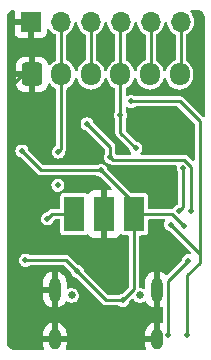
<source format=gbr>
%TF.GenerationSoftware,KiCad,Pcbnew,(6.0.0)*%
%TF.CreationDate,2022-08-06T00:01:37+02:00*%
%TF.ProjectId,bobby-flasher,626f6262-792d-4666-9c61-736865722e6b,rev?*%
%TF.SameCoordinates,Original*%
%TF.FileFunction,Copper,L2,Bot*%
%TF.FilePolarity,Positive*%
%FSLAX46Y46*%
G04 Gerber Fmt 4.6, Leading zero omitted, Abs format (unit mm)*
G04 Created by KiCad (PCBNEW (6.0.0)) date 2022-08-06 00:01:37*
%MOMM*%
%LPD*%
G01*
G04 APERTURE LIST*
G04 Aperture macros list*
%AMRoundRect*
0 Rectangle with rounded corners*
0 $1 Rounding radius*
0 $2 $3 $4 $5 $6 $7 $8 $9 X,Y pos of 4 corners*
0 Add a 4 corners polygon primitive as box body*
4,1,4,$2,$3,$4,$5,$6,$7,$8,$9,$2,$3,0*
0 Add four circle primitives for the rounded corners*
1,1,$1+$1,$2,$3*
1,1,$1+$1,$4,$5*
1,1,$1+$1,$6,$7*
1,1,$1+$1,$8,$9*
0 Add four rect primitives between the rounded corners*
20,1,$1+$1,$2,$3,$4,$5,0*
20,1,$1+$1,$4,$5,$6,$7,0*
20,1,$1+$1,$6,$7,$8,$9,0*
20,1,$1+$1,$8,$9,$2,$3,0*%
G04 Aperture macros list end*
%TA.AperFunction,ComponentPad*%
%ADD10R,1.700000X1.700000*%
%TD*%
%TA.AperFunction,ComponentPad*%
%ADD11O,1.700000X1.700000*%
%TD*%
%TA.AperFunction,ComponentPad*%
%ADD12C,0.650000*%
%TD*%
%TA.AperFunction,ComponentPad*%
%ADD13O,1.000000X2.100000*%
%TD*%
%TA.AperFunction,ComponentPad*%
%ADD14O,1.000000X1.800000*%
%TD*%
%TA.AperFunction,ComponentPad*%
%ADD15RoundRect,0.250000X-0.600000X-0.725000X0.600000X-0.725000X0.600000X0.725000X-0.600000X0.725000X0*%
%TD*%
%TA.AperFunction,ComponentPad*%
%ADD16O,1.700000X1.950000*%
%TD*%
%TA.AperFunction,SMDPad,CuDef*%
%ADD17R,1.700000X3.000000*%
%TD*%
%TA.AperFunction,ViaPad*%
%ADD18C,0.500000*%
%TD*%
%TA.AperFunction,Conductor*%
%ADD19C,0.250000*%
%TD*%
G04 APERTURE END LIST*
D10*
%TO.P,J2,1,Pin_1*%
%TO.N,GND*%
X-6350000Y-52900000D03*
D11*
%TO.P,J2,2,Pin_2*%
%TO.N,ESP_RX*%
X-3810000Y-52900000D03*
%TO.P,J2,3,Pin_3*%
%TO.N,ESP_TX*%
X-1270000Y-52900000D03*
%TO.P,J2,4,Pin_4*%
%TO.N,EN*%
X1270000Y-52900000D03*
%TO.P,J2,5,Pin_5*%
%TO.N,IO0*%
X3810000Y-52900000D03*
%TO.P,J2,6,Pin_6*%
%TO.N,+5V*%
X6350000Y-52900000D03*
%TD*%
D12*
%TO.P,USBC1,*%
%TO.N,*%
X-2890000Y-76090000D03*
X2890000Y-76090000D03*
D13*
%TO.P,USBC1,1,SHIELD*%
%TO.N,GND*%
X-4320000Y-75590000D03*
D14*
%TO.P,USBC1,2,SHIELD*%
X-4320000Y-79770000D03*
%TO.P,USBC1,3,SHIELD*%
X4320000Y-79770000D03*
D13*
%TO.P,USBC1,4,SHIELD*%
X4320000Y-75590000D03*
%TD*%
D15*
%TO.P,J3,1,Pin_1*%
%TO.N,GND*%
X-6250000Y-57375000D03*
D16*
%TO.P,J3,2,Pin_2*%
%TO.N,ESP_RX*%
X-3750000Y-57375000D03*
%TO.P,J3,3,Pin_3*%
%TO.N,ESP_TX*%
X-1250000Y-57375000D03*
%TO.P,J3,4,Pin_4*%
%TO.N,EN*%
X1250000Y-57375000D03*
%TO.P,J3,5,Pin_5*%
%TO.N,IO0*%
X3750000Y-57375000D03*
%TO.P,J3,6,Pin_6*%
%TO.N,+5V*%
X6250000Y-57375000D03*
%TD*%
D17*
%TO.P,J1,1,Pin_1*%
%TO.N,+5V*%
X2400000Y-69200000D03*
%TO.P,J1,2,Pin_2*%
%TO.N,GND*%
X-140000Y-69200000D03*
%TO.P,J1,3,Pin_3*%
%TO.N,+3V3*%
X-2680000Y-69200000D03*
%TD*%
D18*
%TO.N,GND*%
X4100000Y-68300000D03*
X3400000Y-65400000D03*
X6900000Y-62900000D03*
X4700000Y-63900000D03*
X4400000Y-60600000D03*
%TO.N,+3V3*%
X-1574579Y-61574579D03*
%TO.N,EN*%
X1250000Y-60850000D03*
%TO.N,GND*%
X-6100000Y-67050000D03*
X2500000Y-54900000D03*
X-5550000Y-61900000D03*
X-7800000Y-67050000D03*
X-2500000Y-61900000D03*
X-6000000Y-76000000D03*
X-4300000Y-67950000D03*
X0Y-54700000D03*
X-2250000Y-78000000D03*
X7450000Y-59500000D03*
X2050000Y-78500000D03*
X-2450000Y-71700000D03*
X-7850000Y-69550000D03*
X-3225000Y-63975000D03*
X-5250000Y-54850000D03*
X-6700000Y-59500000D03*
X-3000000Y-66950000D03*
X7550000Y-55550000D03*
X-300000Y-60550000D03*
X-6100000Y-69600000D03*
X-2100000Y-59050000D03*
X-2200000Y-66850000D03*
X-4850000Y-59150000D03*
X5050000Y-54950000D03*
X-7900000Y-60950000D03*
X-7650000Y-54900000D03*
X-2350000Y-54700000D03*
%TO.N,+5V*%
X1450000Y-76500000D03*
X-6800000Y-73100000D03*
X6600000Y-70200000D03*
X-400000Y-65500000D03*
X-7087500Y-63862500D03*
X-2400000Y-74050000D03*
%TO.N,+3V3*%
X7250000Y-68900000D03*
X-4950000Y-69600000D03*
X400000Y-64400000D03*
%TO.N,ESP_RX*%
X-4000000Y-63950000D03*
X5300000Y-79400000D03*
X-4050000Y-66750000D03*
X7000000Y-73150000D03*
%TO.N,ESP_TX*%
X6900000Y-79400000D03*
X5500000Y-70100000D03*
X2150000Y-59650000D03*
%TO.N,EN*%
X2550000Y-63600000D03*
%TO.N,DTR*%
X6575000Y-65325000D03*
X6200000Y-68950000D03*
%TD*%
D19*
%TO.N,+3V3*%
X600000Y-64600000D02*
X400000Y-64400000D01*
X6663173Y-64600000D02*
X600000Y-64600000D01*
X7250000Y-65186827D02*
X6663173Y-64600000D01*
X7250000Y-68900000D02*
X7250000Y-65186827D01*
X400000Y-63549158D02*
X400000Y-64400000D01*
X-1574579Y-61574579D02*
X400000Y-63549158D01*
%TO.N,+5V*%
X2400000Y-68300000D02*
X-400000Y-65500000D01*
X-7087500Y-63862500D02*
X-5450000Y-65500000D01*
X2400000Y-69200000D02*
X2400000Y-68300000D01*
X-5450000Y-65500000D02*
X-400000Y-65500000D01*
%TO.N,EN*%
X1250000Y-60850000D02*
X1250000Y-57375000D01*
X1250000Y-62300000D02*
X1250000Y-60850000D01*
%TO.N,+3V3*%
X-1576467Y-61572690D02*
X-1574579Y-61574579D01*
%TO.N,GND*%
X-6350000Y-57275000D02*
X-6250000Y-57375000D01*
X-6350000Y-52900000D02*
X-6350000Y-57275000D01*
X-7900000Y-58300000D02*
X-6975000Y-57375000D01*
X-6975000Y-57375000D02*
X-6250000Y-57375000D01*
X-7900000Y-60950000D02*
X-7900000Y-58300000D01*
%TO.N,+5V*%
X-2400000Y-74050000D02*
X-3350000Y-73100000D01*
X5600000Y-69200000D02*
X2400000Y-69200000D01*
X-2400000Y-74050000D02*
X50000Y-76500000D01*
X2400000Y-75550000D02*
X1450000Y-76500000D01*
X6350000Y-57275000D02*
X6250000Y-57375000D01*
X6350000Y-52900000D02*
X6350000Y-57275000D01*
X2400000Y-69200000D02*
X2400000Y-75550000D01*
X-3350000Y-73100000D02*
X-6800000Y-73100000D01*
X50000Y-76500000D02*
X1450000Y-76500000D01*
X6600000Y-70200000D02*
X5600000Y-69200000D01*
%TO.N,+3V3*%
X-2680000Y-69200000D02*
X-4550000Y-69200000D01*
X-4550000Y-69200000D02*
X-4950000Y-69600000D01*
%TO.N,ESP_RX*%
X-3750000Y-57375000D02*
X-3750000Y-52960000D01*
X5300000Y-74850000D02*
X7000000Y-73150000D01*
X-3750000Y-63700000D02*
X-3750000Y-57375000D01*
X-4000000Y-63950000D02*
X-3750000Y-63700000D01*
X-3750000Y-52960000D02*
X-3810000Y-52900000D01*
X5300000Y-79400000D02*
X5300000Y-74850000D01*
%TO.N,ESP_TX*%
X-1270000Y-57355000D02*
X-1250000Y-57375000D01*
X7950000Y-73300000D02*
X7950000Y-72750000D01*
X5500000Y-70100000D02*
X7950000Y-72550000D01*
X7950000Y-61350000D02*
X6350000Y-59750000D01*
X6900000Y-74350000D02*
X7950000Y-73300000D01*
X6250000Y-59650000D02*
X2150000Y-59650000D01*
X7950000Y-72550000D02*
X7950000Y-72750000D01*
X6350000Y-59750000D02*
X6250000Y-59650000D01*
X6900000Y-79400000D02*
X6900000Y-74350000D01*
X7950000Y-72750000D02*
X7950000Y-61350000D01*
X-1270000Y-52900000D02*
X-1270000Y-57355000D01*
%TO.N,EN*%
X1250000Y-57375000D02*
X1250000Y-52920000D01*
X2550000Y-63600000D02*
X1250000Y-62300000D01*
X1250000Y-52920000D02*
X1270000Y-52900000D01*
%TO.N,IO0*%
X3810000Y-57315000D02*
X3750000Y-57375000D01*
X3810000Y-52900000D02*
X3810000Y-57315000D01*
%TO.N,DTR*%
X6575000Y-68575000D02*
X6575000Y-65325000D01*
X6200000Y-68950000D02*
X6575000Y-68575000D01*
%TD*%
%TA.AperFunction,Conductor*%
%TO.N,GND*%
G36*
X-7739516Y-51960982D02*
G01*
X-7709448Y-52025297D01*
X-7708000Y-52044341D01*
X-7708000Y-52627885D01*
X-7703525Y-52643124D01*
X-7702135Y-52644329D01*
X-7694452Y-52646000D01*
X-6222000Y-52646000D01*
X-6153879Y-52666002D01*
X-6107386Y-52719658D01*
X-6096000Y-52772000D01*
X-6096000Y-54239884D01*
X-6091525Y-54255123D01*
X-6090135Y-54256328D01*
X-6082452Y-54257999D01*
X-5455331Y-54257999D01*
X-5448510Y-54257629D01*
X-5397648Y-54252105D01*
X-5382396Y-54248479D01*
X-5261946Y-54203324D01*
X-5246351Y-54194786D01*
X-5144276Y-54118285D01*
X-5131715Y-54105724D01*
X-5055214Y-54003649D01*
X-5046676Y-53988054D01*
X-5001522Y-53867606D01*
X-4997895Y-53852351D01*
X-4992369Y-53801486D01*
X-4992000Y-53794672D01*
X-4992000Y-53617684D01*
X-4971998Y-53549563D01*
X-4918342Y-53503070D01*
X-4848068Y-53492966D01*
X-4783488Y-53522460D01*
X-4763105Y-53544962D01*
X-4688595Y-53650391D01*
X-4537135Y-53797937D01*
X-4532339Y-53801142D01*
X-4532336Y-53801144D01*
X-4432871Y-53867604D01*
X-4361323Y-53915411D01*
X-4356020Y-53917689D01*
X-4356015Y-53917692D01*
X-4293970Y-53944348D01*
X-4261278Y-53958393D01*
X-4251763Y-53962481D01*
X-4197070Y-54007749D01*
X-4175500Y-54078249D01*
X-4175500Y-56093906D01*
X-4195502Y-56162027D01*
X-4246145Y-56206655D01*
X-4247425Y-56207127D01*
X-4252392Y-56210082D01*
X-4252394Y-56210083D01*
X-4424179Y-56312284D01*
X-4429144Y-56315238D01*
X-4588119Y-56454655D01*
X-4591686Y-56459180D01*
X-4591691Y-56459185D01*
X-4677719Y-56568312D01*
X-4735600Y-56609425D01*
X-4806520Y-56612719D01*
X-4867963Y-56577147D01*
X-4900420Y-56514004D01*
X-4901997Y-56503304D01*
X-4902258Y-56500787D01*
X-4905149Y-56487400D01*
X-4956588Y-56333216D01*
X-4962761Y-56320038D01*
X-5048063Y-56182193D01*
X-5057099Y-56170792D01*
X-5171829Y-56056261D01*
X-5183240Y-56047249D01*
X-5321243Y-55962184D01*
X-5334424Y-55956037D01*
X-5488710Y-55904862D01*
X-5502086Y-55901995D01*
X-5596438Y-55892328D01*
X-5602855Y-55892000D01*
X-5977885Y-55892000D01*
X-5993124Y-55896475D01*
X-5994329Y-55897865D01*
X-5996000Y-55905548D01*
X-5996000Y-58839884D01*
X-5991525Y-58855123D01*
X-5990135Y-58856328D01*
X-5982452Y-58857999D01*
X-5602905Y-58857999D01*
X-5596386Y-58857662D01*
X-5500794Y-58847743D01*
X-5487400Y-58844851D01*
X-5333216Y-58793412D01*
X-5320038Y-58787239D01*
X-5182193Y-58701937D01*
X-5170792Y-58692901D01*
X-5056261Y-58578171D01*
X-5047249Y-58566760D01*
X-4962184Y-58428757D01*
X-4956037Y-58415576D01*
X-4904862Y-58261290D01*
X-4901993Y-58247907D01*
X-4901812Y-58246139D01*
X-4901396Y-58245119D01*
X-4900553Y-58241189D01*
X-4899852Y-58241339D01*
X-4874970Y-58180413D01*
X-4816854Y-58139632D01*
X-4745916Y-58136745D01*
X-4684678Y-58172669D01*
X-4675514Y-58183592D01*
X-4608651Y-58273133D01*
X-4453381Y-58416663D01*
X-4448498Y-58419744D01*
X-4432303Y-58429962D01*
X-4274554Y-58529495D01*
X-4255935Y-58536923D01*
X-4254810Y-58537372D01*
X-4198951Y-58581192D01*
X-4175500Y-58654402D01*
X-4175500Y-63342647D01*
X-4195502Y-63410768D01*
X-4253283Y-63459056D01*
X-4269993Y-63465977D01*
X-4269998Y-63465980D01*
X-4277625Y-63469139D01*
X-4392621Y-63557379D01*
X-4480861Y-63672375D01*
X-4536330Y-63806291D01*
X-4555250Y-63950000D01*
X-4536330Y-64093709D01*
X-4480861Y-64227625D01*
X-4392621Y-64342621D01*
X-4277625Y-64430861D01*
X-4143709Y-64486330D01*
X-4000000Y-64505250D01*
X-3856291Y-64486330D01*
X-3722375Y-64430861D01*
X-3607379Y-64342621D01*
X-3519139Y-64227625D01*
X-3478703Y-64130003D01*
X-3466830Y-64101339D01*
X-3466829Y-64101336D01*
X-3463670Y-64093709D01*
X-3457383Y-64045952D01*
X-3428661Y-63981026D01*
X-3421556Y-63973304D01*
X-3401472Y-63953220D01*
X-3390577Y-63931837D01*
X-3380253Y-63914991D01*
X-3371980Y-63903604D01*
X-3366151Y-63895581D01*
X-3363087Y-63886150D01*
X-3363085Y-63886147D01*
X-3358736Y-63872763D01*
X-3351172Y-63854502D01*
X-3344784Y-63841964D01*
X-3344784Y-63841963D01*
X-3340281Y-63833126D01*
X-3336528Y-63809429D01*
X-3331914Y-63790210D01*
X-3324500Y-63767393D01*
X-3324500Y-58656094D01*
X-3304498Y-58587973D01*
X-3253855Y-58543345D01*
X-3252575Y-58542873D01*
X-3243328Y-58537372D01*
X-3075821Y-58437716D01*
X-3075820Y-58437715D01*
X-3070856Y-58434762D01*
X-2911881Y-58295345D01*
X-2780976Y-58129292D01*
X-2769951Y-58108338D01*
X-2685215Y-57947280D01*
X-2682523Y-57942164D01*
X-2619820Y-57740227D01*
X-2617944Y-57740809D01*
X-2588401Y-57686094D01*
X-2526249Y-57651776D01*
X-2455410Y-57656508D01*
X-2398375Y-57698786D01*
X-2377618Y-57740568D01*
X-2328686Y-57914069D01*
X-2326133Y-57919247D01*
X-2326131Y-57919251D01*
X-2314831Y-57942164D01*
X-2235165Y-58103710D01*
X-2108651Y-58273133D01*
X-1953381Y-58416663D01*
X-1948498Y-58419744D01*
X-1932303Y-58429962D01*
X-1774554Y-58529495D01*
X-1578160Y-58607848D01*
X-1572503Y-58608973D01*
X-1572497Y-58608975D01*
X-1376442Y-58647972D01*
X-1376440Y-58647972D01*
X-1370775Y-58649099D01*
X-1365000Y-58649175D01*
X-1364996Y-58649175D01*
X-1258976Y-58650563D01*
X-1159346Y-58651867D01*
X-1143679Y-58649175D01*
X-956650Y-58617038D01*
X-956649Y-58617038D01*
X-950953Y-58616059D01*
X-752575Y-58542873D01*
X-747606Y-58539917D01*
X-575821Y-58437716D01*
X-575820Y-58437715D01*
X-570856Y-58434762D01*
X-411881Y-58295345D01*
X-280976Y-58129292D01*
X-269951Y-58108338D01*
X-185215Y-57947280D01*
X-182523Y-57942164D01*
X-119820Y-57740227D01*
X-117944Y-57740809D01*
X-88401Y-57686094D01*
X-26249Y-57651776D01*
X44590Y-57656508D01*
X101625Y-57698786D01*
X122382Y-57740568D01*
X171314Y-57914069D01*
X173867Y-57919247D01*
X173869Y-57919251D01*
X185169Y-57942164D01*
X264835Y-58103710D01*
X391349Y-58273133D01*
X546619Y-58416663D01*
X551502Y-58419744D01*
X567697Y-58429962D01*
X725446Y-58529495D01*
X744065Y-58536923D01*
X745190Y-58537372D01*
X801049Y-58581192D01*
X824500Y-58654402D01*
X824500Y-60457456D01*
X804498Y-60525577D01*
X798462Y-60534161D01*
X769139Y-60572375D01*
X713670Y-60706291D01*
X694750Y-60850000D01*
X713670Y-60993709D01*
X769139Y-61127625D01*
X774165Y-61134175D01*
X798462Y-61165839D01*
X824063Y-61232060D01*
X824500Y-61242544D01*
X824500Y-62367393D01*
X831914Y-62390210D01*
X836528Y-62409429D01*
X840281Y-62433126D01*
X844784Y-62441963D01*
X844784Y-62441964D01*
X851172Y-62454502D01*
X858736Y-62472763D01*
X863085Y-62486147D01*
X863087Y-62486150D01*
X866151Y-62495581D01*
X871980Y-62503604D01*
X880253Y-62514991D01*
X890577Y-62531837D01*
X901472Y-62553220D01*
X1971556Y-63623304D01*
X2005582Y-63685616D01*
X2007382Y-63695947D01*
X2013670Y-63743709D01*
X2016829Y-63751336D01*
X2016830Y-63751339D01*
X2023480Y-63767393D01*
X2069139Y-63877625D01*
X2110747Y-63931849D01*
X2141399Y-63971796D01*
X2167000Y-64038016D01*
X2152735Y-64107565D01*
X2103134Y-64158361D01*
X2041437Y-64174500D01*
X982457Y-64174500D01*
X914336Y-64154498D01*
X882504Y-64121114D01*
X880861Y-64122375D01*
X851538Y-64084161D01*
X825937Y-64017940D01*
X825500Y-64007456D01*
X825500Y-63481765D01*
X818086Y-63458948D01*
X813472Y-63439728D01*
X809719Y-63416032D01*
X798828Y-63394656D01*
X791264Y-63376395D01*
X786915Y-63363011D01*
X786913Y-63363008D01*
X783849Y-63353577D01*
X769747Y-63334167D01*
X759423Y-63317321D01*
X748528Y-63295938D01*
X-996135Y-61551275D01*
X-1030161Y-61488963D01*
X-1031962Y-61478626D01*
X-1037171Y-61439058D01*
X-1038249Y-61430870D01*
X-1041409Y-61423239D01*
X-1090558Y-61304583D01*
X-1093718Y-61296954D01*
X-1181958Y-61181958D01*
X-1296954Y-61093718D01*
X-1430870Y-61038249D01*
X-1574579Y-61019329D01*
X-1718288Y-61038249D01*
X-1852204Y-61093718D01*
X-1967200Y-61181958D01*
X-2055440Y-61296954D01*
X-2110909Y-61430870D01*
X-2129829Y-61574579D01*
X-2110909Y-61718288D01*
X-2055440Y-61852204D01*
X-1967200Y-61967200D01*
X-1852204Y-62055440D01*
X-1844575Y-62058600D01*
X-1725918Y-62107749D01*
X-1725915Y-62107750D01*
X-1718288Y-62110909D01*
X-1670531Y-62117196D01*
X-1605605Y-62145918D01*
X-1597883Y-62153023D01*
X-62405Y-63688501D01*
X-28379Y-63750813D01*
X-25500Y-63777596D01*
X-25500Y-64007456D01*
X-45502Y-64075577D01*
X-51538Y-64084161D01*
X-80861Y-64122375D01*
X-136330Y-64256291D01*
X-155250Y-64400000D01*
X-136330Y-64543709D01*
X-80861Y-64677625D01*
X7379Y-64792621D01*
X122375Y-64880861D01*
X130004Y-64884021D01*
X248661Y-64933170D01*
X248664Y-64933171D01*
X256291Y-64936330D01*
X313742Y-64943894D01*
X324561Y-64945318D01*
X365316Y-64957972D01*
X368156Y-64959419D01*
X385012Y-64969749D01*
X404419Y-64983850D01*
X427237Y-64991264D01*
X445498Y-64998827D01*
X466874Y-65009719D01*
X476665Y-65011270D01*
X476672Y-65011272D01*
X490569Y-65013473D01*
X509788Y-65018087D01*
X523173Y-65022436D01*
X523180Y-65022437D01*
X532607Y-65025500D01*
X5917324Y-65025500D01*
X5985445Y-65045502D01*
X6031938Y-65099158D01*
X6042042Y-65169432D01*
X6040531Y-65176798D01*
X6038670Y-65181291D01*
X6019750Y-65325000D01*
X6038670Y-65468709D01*
X6094139Y-65602625D01*
X6099165Y-65609175D01*
X6123462Y-65640839D01*
X6149063Y-65707060D01*
X6149500Y-65717544D01*
X6149500Y-68293127D01*
X6129498Y-68361248D01*
X6075842Y-68407741D01*
X6061116Y-68413035D01*
X6056291Y-68413670D01*
X5922375Y-68469139D01*
X5807379Y-68557379D01*
X5719139Y-68672375D01*
X5715978Y-68680006D01*
X5715977Y-68680008D01*
X5709055Y-68696719D01*
X5664507Y-68752000D01*
X5592647Y-68774500D01*
X3676500Y-68774500D01*
X3608379Y-68754498D01*
X3561886Y-68700842D01*
X3550500Y-68648500D01*
X3550500Y-67655354D01*
X3547382Y-67629154D01*
X3501939Y-67526847D01*
X3483770Y-67508709D01*
X3458842Y-67483825D01*
X3422713Y-67447759D01*
X3412076Y-67443056D01*
X3412074Y-67443055D01*
X3328992Y-67406325D01*
X3328993Y-67406325D01*
X3320327Y-67402494D01*
X3294646Y-67399500D01*
X2153438Y-67399500D01*
X2085317Y-67379498D01*
X2064343Y-67362595D01*
X178444Y-65476696D01*
X144418Y-65414384D01*
X142617Y-65404047D01*
X137408Y-65364479D01*
X136330Y-65356291D01*
X80861Y-65222375D01*
X-7379Y-65107379D01*
X-122375Y-65019139D01*
X-256291Y-64963670D01*
X-400000Y-64944750D01*
X-543709Y-64963670D01*
X-677625Y-65019139D01*
X-684175Y-65024165D01*
X-715839Y-65048462D01*
X-782060Y-65074063D01*
X-792544Y-65074500D01*
X-5221562Y-65074500D01*
X-5289683Y-65054498D01*
X-5310657Y-65037595D01*
X-6509056Y-63839196D01*
X-6543082Y-63776884D01*
X-6544883Y-63766547D01*
X-6547889Y-63743709D01*
X-6551170Y-63718791D01*
X-6554330Y-63711160D01*
X-6603479Y-63592504D01*
X-6606639Y-63584875D01*
X-6694879Y-63469879D01*
X-6809875Y-63381639D01*
X-6943791Y-63326170D01*
X-7087500Y-63307250D01*
X-7231209Y-63326170D01*
X-7365125Y-63381639D01*
X-7480121Y-63469879D01*
X-7568361Y-63584875D01*
X-7623830Y-63718791D01*
X-7642750Y-63862500D01*
X-7623830Y-64006209D01*
X-7568361Y-64140125D01*
X-7480121Y-64255121D01*
X-7365125Y-64343361D01*
X-7357496Y-64346521D01*
X-7238839Y-64395670D01*
X-7238836Y-64395671D01*
X-7231209Y-64398830D01*
X-7183452Y-64405117D01*
X-7118526Y-64433839D01*
X-7110804Y-64440944D01*
X-5703220Y-65848528D01*
X-5681844Y-65859419D01*
X-5664988Y-65869749D01*
X-5645581Y-65883850D01*
X-5622763Y-65891264D01*
X-5604502Y-65898827D01*
X-5583126Y-65909719D01*
X-5573335Y-65911270D01*
X-5573328Y-65911272D01*
X-5559431Y-65913473D01*
X-5540212Y-65918087D01*
X-5526827Y-65922436D01*
X-5526820Y-65922437D01*
X-5517393Y-65925500D01*
X-792544Y-65925500D01*
X-724423Y-65945502D01*
X-715839Y-65951538D01*
X-677625Y-65980861D01*
X-600245Y-66012912D01*
X-551339Y-66033170D01*
X-551336Y-66033171D01*
X-543709Y-66036330D01*
X-495952Y-66042617D01*
X-431026Y-66071339D01*
X-423304Y-66078444D01*
X475157Y-66976905D01*
X509183Y-67039217D01*
X504118Y-67110032D01*
X461571Y-67166868D01*
X395051Y-67191679D01*
X386062Y-67192000D01*
X132115Y-67192000D01*
X116876Y-67196475D01*
X115671Y-67197865D01*
X114000Y-67205548D01*
X114000Y-71189884D01*
X118475Y-71205123D01*
X119865Y-71206328D01*
X127548Y-71207999D01*
X754669Y-71207999D01*
X761490Y-71207629D01*
X812352Y-71202105D01*
X827604Y-71198479D01*
X948054Y-71153324D01*
X963649Y-71144786D01*
X1065724Y-71068285D01*
X1078285Y-71055724D01*
X1160172Y-70946462D01*
X1161938Y-70947786D01*
X1203508Y-70906306D01*
X1272898Y-70891291D01*
X1339391Y-70916175D01*
X1352789Y-70927786D01*
X1369054Y-70944023D01*
X1369056Y-70944024D01*
X1377287Y-70952241D01*
X1387924Y-70956944D01*
X1387926Y-70956945D01*
X1447462Y-70983265D01*
X1479673Y-70997506D01*
X1505354Y-71000500D01*
X1848500Y-71000500D01*
X1916621Y-71020502D01*
X1963114Y-71074158D01*
X1974500Y-71126500D01*
X1974500Y-75321562D01*
X1954498Y-75389683D01*
X1937595Y-75410657D01*
X1426696Y-75921556D01*
X1364384Y-75955582D01*
X1354053Y-75957382D01*
X1306291Y-75963670D01*
X1298664Y-75966829D01*
X1298661Y-75966830D01*
X1249755Y-75987088D01*
X1172375Y-76019139D01*
X1165825Y-76024165D01*
X1134161Y-76048462D01*
X1067940Y-76074063D01*
X1057456Y-76074500D01*
X278438Y-76074500D01*
X210317Y-76054498D01*
X189343Y-76037595D01*
X-1821556Y-74026696D01*
X-1855582Y-73964384D01*
X-1857383Y-73954047D01*
X-1862592Y-73914479D01*
X-1863670Y-73906291D01*
X-1919139Y-73772375D01*
X-2007379Y-73657379D01*
X-2122375Y-73569139D01*
X-2130004Y-73565979D01*
X-2248661Y-73516830D01*
X-2248664Y-73516829D01*
X-2256291Y-73513670D01*
X-2304048Y-73507383D01*
X-2368974Y-73478661D01*
X-2376696Y-73471556D01*
X-3096780Y-72751472D01*
X-3118163Y-72740577D01*
X-3135009Y-72730253D01*
X-3154419Y-72716151D01*
X-3163850Y-72713087D01*
X-3163853Y-72713085D01*
X-3177237Y-72708736D01*
X-3195498Y-72701172D01*
X-3208036Y-72694784D01*
X-3208037Y-72694784D01*
X-3216874Y-72690281D01*
X-3240571Y-72686528D01*
X-3259790Y-72681914D01*
X-3282607Y-72674500D01*
X-6407456Y-72674500D01*
X-6475577Y-72654498D01*
X-6484161Y-72648462D01*
X-6515825Y-72624165D01*
X-6522375Y-72619139D01*
X-6656291Y-72563670D01*
X-6800000Y-72544750D01*
X-6943709Y-72563670D01*
X-7077625Y-72619139D01*
X-7192621Y-72707379D01*
X-7280861Y-72822375D01*
X-7336330Y-72956291D01*
X-7355250Y-73100000D01*
X-7336330Y-73243709D01*
X-7280861Y-73377625D01*
X-7192621Y-73492621D01*
X-7077625Y-73580861D01*
X-6943709Y-73636330D01*
X-6800000Y-73655250D01*
X-6656291Y-73636330D01*
X-6522375Y-73580861D01*
X-6484161Y-73551538D01*
X-6417940Y-73525937D01*
X-6407456Y-73525500D01*
X-3578438Y-73525500D01*
X-3510317Y-73545502D01*
X-3489343Y-73562405D01*
X-2978444Y-74073304D01*
X-2944418Y-74135616D01*
X-2942618Y-74145947D01*
X-2936330Y-74193709D01*
X-2880861Y-74327625D01*
X-2792621Y-74442621D01*
X-2677625Y-74530861D01*
X-2669996Y-74534021D01*
X-2551339Y-74583170D01*
X-2551336Y-74583171D01*
X-2543709Y-74586330D01*
X-2495952Y-74592617D01*
X-2431026Y-74621339D01*
X-2423304Y-74628444D01*
X-203220Y-76848528D01*
X-181837Y-76859423D01*
X-164991Y-76869747D01*
X-145581Y-76883849D01*
X-136150Y-76886913D01*
X-136147Y-76886915D01*
X-122763Y-76891264D01*
X-104502Y-76898828D01*
X-91964Y-76905216D01*
X-83126Y-76909719D01*
X-59429Y-76913472D01*
X-40210Y-76918086D01*
X-17393Y-76925500D01*
X1057456Y-76925500D01*
X1125577Y-76945502D01*
X1134161Y-76951538D01*
X1172375Y-76980861D01*
X1306291Y-77036330D01*
X1450000Y-77055250D01*
X1593709Y-77036330D01*
X1727625Y-76980861D01*
X1842621Y-76892621D01*
X1930861Y-76777625D01*
X1934021Y-76769996D01*
X1983170Y-76651339D01*
X1983171Y-76651336D01*
X1986330Y-76643709D01*
X1992617Y-76595952D01*
X2021339Y-76531026D01*
X2028444Y-76523304D01*
X2158861Y-76392887D01*
X2221173Y-76358861D01*
X2291988Y-76363926D01*
X2352536Y-76411704D01*
X2413022Y-76501716D01*
X2524998Y-76603607D01*
X2531675Y-76607232D01*
X2531676Y-76607233D01*
X2651370Y-76672222D01*
X2651372Y-76672223D01*
X2658047Y-76675847D01*
X2665396Y-76677775D01*
X2797136Y-76712336D01*
X2797138Y-76712336D01*
X2804486Y-76714264D01*
X2884562Y-76715522D01*
X2948266Y-76716523D01*
X2948269Y-76716523D01*
X2955863Y-76716642D01*
X3103437Y-76682843D01*
X3188439Y-76640092D01*
X3231906Y-76618231D01*
X3231909Y-76618229D01*
X3238689Y-76614819D01*
X3251414Y-76603951D01*
X3316200Y-76574918D01*
X3386400Y-76585521D01*
X3439725Y-76632393D01*
X3444498Y-76640607D01*
X3473460Y-76695077D01*
X3480249Y-76705294D01*
X3597397Y-76848933D01*
X3606041Y-76857637D01*
X3748856Y-76975784D01*
X3759027Y-76982644D01*
X3922076Y-77070804D01*
X3933381Y-77075556D01*
X4048692Y-77111250D01*
X4062795Y-77111456D01*
X4066000Y-77104701D01*
X4066000Y-74082076D01*
X4062027Y-74068545D01*
X4054232Y-74067425D01*
X3946479Y-74099138D01*
X3935111Y-74103731D01*
X3770846Y-74189607D01*
X3760585Y-74196321D01*
X3616127Y-74312468D01*
X3607368Y-74321046D01*
X3488222Y-74463039D01*
X3481292Y-74473159D01*
X3391998Y-74635585D01*
X3387166Y-74646858D01*
X3331120Y-74823538D01*
X3328570Y-74835532D01*
X3312393Y-74979761D01*
X3312000Y-74986785D01*
X3312000Y-75396351D01*
X3291998Y-75464472D01*
X3238342Y-75510965D01*
X3168068Y-75521069D01*
X3127042Y-75507706D01*
X3122518Y-75505311D01*
X3122516Y-75505310D01*
X3115805Y-75501757D01*
X2968972Y-75464874D01*
X2961374Y-75464834D01*
X2961372Y-75464834D01*
X2950840Y-75464779D01*
X2882825Y-75444421D01*
X2836614Y-75390522D01*
X2825500Y-75338781D01*
X2825500Y-71126500D01*
X2845502Y-71058379D01*
X2899158Y-71011886D01*
X2951500Y-71000500D01*
X3294646Y-71000500D01*
X3298350Y-71000059D01*
X3298353Y-71000059D01*
X3305746Y-70999179D01*
X3320846Y-70997382D01*
X3423153Y-70951939D01*
X3502241Y-70872713D01*
X3547506Y-70770327D01*
X3550500Y-70744646D01*
X3550500Y-69751500D01*
X3570502Y-69683379D01*
X3624158Y-69636886D01*
X3676500Y-69625500D01*
X4915812Y-69625500D01*
X4983933Y-69645502D01*
X5030426Y-69699158D01*
X5040530Y-69769432D01*
X5024929Y-69814504D01*
X5024170Y-69815819D01*
X5019139Y-69822375D01*
X4963670Y-69956291D01*
X4944750Y-70100000D01*
X4963670Y-70243709D01*
X5019139Y-70377625D01*
X5107379Y-70492621D01*
X5222375Y-70580861D01*
X5230004Y-70584021D01*
X5348661Y-70633170D01*
X5348664Y-70633171D01*
X5356291Y-70636330D01*
X5404048Y-70642617D01*
X5468974Y-70671339D01*
X5476696Y-70678444D01*
X7190120Y-72391868D01*
X7224146Y-72454180D01*
X7219081Y-72524995D01*
X7176534Y-72581831D01*
X7110014Y-72606642D01*
X7084579Y-72605885D01*
X7008189Y-72595828D01*
X7008188Y-72595828D01*
X7000000Y-72594750D01*
X6856291Y-72613670D01*
X6722375Y-72669139D01*
X6607379Y-72757379D01*
X6519139Y-72872375D01*
X6463670Y-73006291D01*
X6462592Y-73014480D01*
X6457383Y-73054047D01*
X6428661Y-73118975D01*
X6421556Y-73126697D01*
X5218996Y-74329256D01*
X5156684Y-74363282D01*
X5085868Y-74358217D01*
X5040496Y-74328946D01*
X5033959Y-74322363D01*
X4891144Y-74204216D01*
X4880973Y-74197356D01*
X4717924Y-74109196D01*
X4706619Y-74104444D01*
X4591308Y-74068750D01*
X4577205Y-74068544D01*
X4574000Y-74075299D01*
X4574000Y-77097924D01*
X4577973Y-77111455D01*
X4585768Y-77112575D01*
X4693525Y-77080861D01*
X4701302Y-77077719D01*
X4771956Y-77070747D01*
X4835162Y-77103081D01*
X4870854Y-77164454D01*
X4874500Y-77194545D01*
X4874500Y-78315509D01*
X4854498Y-78383630D01*
X4800842Y-78430123D01*
X4730568Y-78440227D01*
X4711242Y-78435874D01*
X4591309Y-78398750D01*
X4577205Y-78398544D01*
X4574000Y-78405299D01*
X4574000Y-79898000D01*
X4553998Y-79966121D01*
X4500342Y-80012614D01*
X4448000Y-80024000D01*
X3330115Y-80024000D01*
X3314876Y-80028475D01*
X3313671Y-80029865D01*
X3312000Y-80037548D01*
X3312000Y-80216657D01*
X3312301Y-80222805D01*
X3325812Y-80360603D01*
X3328195Y-80372638D01*
X3377995Y-80537582D01*
X3378536Y-80608576D01*
X3340609Y-80668593D01*
X3276254Y-80698577D01*
X3257373Y-80700000D01*
X-3258423Y-80700000D01*
X-3326544Y-80679998D01*
X-3373037Y-80626342D01*
X-3383141Y-80556068D01*
X-3378525Y-80535902D01*
X-3331120Y-80386462D01*
X-3328570Y-80374468D01*
X-3312393Y-80230239D01*
X-3312000Y-80223215D01*
X-3312000Y-80042115D01*
X-3316475Y-80026876D01*
X-3317865Y-80025671D01*
X-3325548Y-80024000D01*
X-5309885Y-80024000D01*
X-5325124Y-80028475D01*
X-5326329Y-80029865D01*
X-5328000Y-80037548D01*
X-5328000Y-80216657D01*
X-5327699Y-80222805D01*
X-5314188Y-80360603D01*
X-5311805Y-80372638D01*
X-5262005Y-80537582D01*
X-5261464Y-80608576D01*
X-5299391Y-80668593D01*
X-5363746Y-80698577D01*
X-5382627Y-80700000D01*
X-7662729Y-80700000D01*
X-7684608Y-80698086D01*
X-7689145Y-80697286D01*
X-7700000Y-80695372D01*
X-7710857Y-80697286D01*
X-7721368Y-80697286D01*
X-7733715Y-80696679D01*
X-7763014Y-80693794D01*
X-7824214Y-80687766D01*
X-7848437Y-80682948D01*
X-7956009Y-80650317D01*
X-7978822Y-80640867D01*
X-8005996Y-80626342D01*
X-8077960Y-80587876D01*
X-8098494Y-80574155D01*
X-8145105Y-80535902D01*
X-8185383Y-80502847D01*
X-8202848Y-80485382D01*
X-8274157Y-80398491D01*
X-8287878Y-80377957D01*
X-8340867Y-80278822D01*
X-8350317Y-80256009D01*
X-8382948Y-80148437D01*
X-8387766Y-80124214D01*
X-8396679Y-80033718D01*
X-8397286Y-80021368D01*
X-8397286Y-80010857D01*
X-8395372Y-80000000D01*
X-8398086Y-79984608D01*
X-8400000Y-79962729D01*
X-8400000Y-79497885D01*
X-5328000Y-79497885D01*
X-5323525Y-79513124D01*
X-5322135Y-79514329D01*
X-5314452Y-79516000D01*
X-4592115Y-79516000D01*
X-4576876Y-79511525D01*
X-4575671Y-79510135D01*
X-4574000Y-79502452D01*
X-4574000Y-79497885D01*
X-4066000Y-79497885D01*
X-4061525Y-79513124D01*
X-4060135Y-79514329D01*
X-4052452Y-79516000D01*
X-3330115Y-79516000D01*
X-3314876Y-79511525D01*
X-3313671Y-79510135D01*
X-3312000Y-79502452D01*
X-3312000Y-79497885D01*
X3312000Y-79497885D01*
X3316475Y-79513124D01*
X3317865Y-79514329D01*
X3325548Y-79516000D01*
X4047885Y-79516000D01*
X4063124Y-79511525D01*
X4064329Y-79510135D01*
X4066000Y-79502452D01*
X4066000Y-78412076D01*
X4062027Y-78398545D01*
X4054232Y-78397425D01*
X3946479Y-78429138D01*
X3935111Y-78433731D01*
X3770846Y-78519607D01*
X3760585Y-78526321D01*
X3616127Y-78642468D01*
X3607368Y-78651046D01*
X3488222Y-78793039D01*
X3481292Y-78803159D01*
X3391998Y-78965585D01*
X3387166Y-78976858D01*
X3331120Y-79153538D01*
X3328570Y-79165532D01*
X3312393Y-79309761D01*
X3312000Y-79316785D01*
X3312000Y-79497885D01*
X-3312000Y-79497885D01*
X-3312000Y-79323343D01*
X-3312301Y-79317195D01*
X-3325812Y-79179397D01*
X-3328195Y-79167362D01*
X-3381767Y-78989924D01*
X-3386441Y-78978584D01*
X-3473460Y-78814923D01*
X-3480249Y-78804706D01*
X-3597397Y-78661067D01*
X-3606041Y-78652363D01*
X-3748856Y-78534216D01*
X-3759027Y-78527356D01*
X-3922076Y-78439196D01*
X-3933381Y-78434444D01*
X-4048692Y-78398750D01*
X-4062795Y-78398544D01*
X-4066000Y-78405299D01*
X-4066000Y-79497885D01*
X-4574000Y-79497885D01*
X-4574000Y-78412076D01*
X-4577973Y-78398545D01*
X-4585768Y-78397425D01*
X-4693521Y-78429138D01*
X-4704889Y-78433731D01*
X-4869154Y-78519607D01*
X-4879415Y-78526321D01*
X-5023873Y-78642468D01*
X-5032632Y-78651046D01*
X-5151778Y-78793039D01*
X-5158708Y-78803159D01*
X-5248002Y-78965585D01*
X-5252834Y-78976858D01*
X-5308880Y-79153538D01*
X-5311430Y-79165532D01*
X-5327607Y-79309761D01*
X-5328000Y-79316785D01*
X-5328000Y-79497885D01*
X-8400000Y-79497885D01*
X-8400000Y-76186657D01*
X-5328000Y-76186657D01*
X-5327699Y-76192805D01*
X-5314188Y-76330603D01*
X-5311805Y-76342638D01*
X-5258233Y-76520076D01*
X-5253559Y-76531416D01*
X-5166540Y-76695077D01*
X-5159751Y-76705294D01*
X-5042603Y-76848933D01*
X-5033959Y-76857637D01*
X-4891144Y-76975784D01*
X-4880973Y-76982644D01*
X-4717924Y-77070804D01*
X-4706619Y-77075556D01*
X-4591308Y-77111250D01*
X-4577205Y-77111456D01*
X-4574000Y-77104701D01*
X-4574000Y-77097924D01*
X-4066000Y-77097924D01*
X-4062027Y-77111455D01*
X-4054232Y-77112575D01*
X-3946479Y-77080862D01*
X-3935111Y-77076269D01*
X-3770846Y-76990393D01*
X-3760585Y-76983679D01*
X-3616127Y-76867532D01*
X-3607368Y-76858954D01*
X-3488222Y-76716961D01*
X-3481298Y-76706848D01*
X-3444598Y-76640092D01*
X-3394252Y-76590033D01*
X-3324835Y-76575140D01*
X-3261192Y-76598088D01*
X-3260622Y-76598493D01*
X-3255002Y-76603607D01*
X-3248327Y-76607231D01*
X-3248326Y-76607232D01*
X-3128630Y-76672222D01*
X-3128628Y-76672223D01*
X-3121953Y-76675847D01*
X-3114604Y-76677775D01*
X-2982864Y-76712336D01*
X-2982862Y-76712336D01*
X-2975514Y-76714264D01*
X-2895438Y-76715522D01*
X-2831734Y-76716523D01*
X-2831731Y-76716523D01*
X-2824137Y-76716642D01*
X-2676563Y-76682843D01*
X-2591561Y-76640092D01*
X-2548094Y-76618231D01*
X-2548091Y-76618229D01*
X-2541311Y-76614819D01*
X-2426190Y-76516495D01*
X-2337844Y-76393550D01*
X-2281376Y-76253080D01*
X-2260044Y-76103196D01*
X-2259906Y-76090000D01*
X-2261781Y-76074500D01*
X-2274811Y-75966830D01*
X-2278094Y-75939701D01*
X-2312565Y-75848475D01*
X-2328924Y-75805182D01*
X-2328925Y-75805179D01*
X-2331608Y-75798080D01*
X-2417360Y-75673311D01*
X-2530397Y-75572599D01*
X-2537103Y-75569048D01*
X-2537105Y-75569047D01*
X-2627721Y-75521069D01*
X-2664195Y-75501757D01*
X-2811028Y-75464874D01*
X-2818626Y-75464834D01*
X-2818628Y-75464834D01*
X-2883225Y-75464496D01*
X-2962421Y-75464082D01*
X-2969800Y-75465854D01*
X-2969804Y-75465854D01*
X-3102254Y-75497652D01*
X-3102258Y-75497653D01*
X-3109633Y-75499424D01*
X-3116376Y-75502904D01*
X-3116378Y-75502905D01*
X-3128212Y-75509013D01*
X-3197919Y-75522481D01*
X-3263842Y-75496125D01*
X-3305051Y-75438312D01*
X-3312000Y-75397046D01*
X-3312000Y-74993343D01*
X-3312301Y-74987195D01*
X-3325812Y-74849397D01*
X-3328195Y-74837362D01*
X-3381767Y-74659924D01*
X-3386441Y-74648584D01*
X-3473460Y-74484923D01*
X-3480249Y-74474706D01*
X-3597397Y-74331067D01*
X-3606041Y-74322363D01*
X-3748856Y-74204216D01*
X-3759027Y-74197356D01*
X-3922076Y-74109196D01*
X-3933381Y-74104444D01*
X-4048692Y-74068750D01*
X-4062795Y-74068544D01*
X-4066000Y-74075299D01*
X-4066000Y-77097924D01*
X-4574000Y-77097924D01*
X-4574000Y-75862115D01*
X-4578475Y-75846876D01*
X-4579865Y-75845671D01*
X-4587548Y-75844000D01*
X-5309885Y-75844000D01*
X-5325124Y-75848475D01*
X-5326329Y-75849865D01*
X-5328000Y-75857548D01*
X-5328000Y-76186657D01*
X-8400000Y-76186657D01*
X-8400000Y-75317885D01*
X-5328000Y-75317885D01*
X-5323525Y-75333124D01*
X-5322135Y-75334329D01*
X-5314452Y-75336000D01*
X-4592115Y-75336000D01*
X-4576876Y-75331525D01*
X-4575671Y-75330135D01*
X-4574000Y-75322452D01*
X-4574000Y-74082076D01*
X-4577973Y-74068545D01*
X-4585768Y-74067425D01*
X-4693521Y-74099138D01*
X-4704889Y-74103731D01*
X-4869154Y-74189607D01*
X-4879415Y-74196321D01*
X-5023873Y-74312468D01*
X-5032632Y-74321046D01*
X-5151778Y-74463039D01*
X-5158708Y-74473159D01*
X-5248002Y-74635585D01*
X-5252834Y-74646858D01*
X-5308880Y-74823538D01*
X-5311430Y-74835532D01*
X-5327607Y-74979761D01*
X-5328000Y-74986785D01*
X-5328000Y-75317885D01*
X-8400000Y-75317885D01*
X-8400000Y-69600000D01*
X-5505250Y-69600000D01*
X-5486330Y-69743709D01*
X-5430861Y-69877625D01*
X-5342621Y-69992621D01*
X-5227625Y-70080861D01*
X-5093709Y-70136330D01*
X-4950000Y-70155250D01*
X-4806291Y-70136330D01*
X-4672375Y-70080861D01*
X-4557379Y-69992621D01*
X-4469139Y-69877625D01*
X-4442994Y-69814504D01*
X-4416830Y-69751339D01*
X-4416829Y-69751336D01*
X-4413670Y-69743709D01*
X-4412531Y-69735058D01*
X-4412371Y-69734696D01*
X-4410455Y-69727545D01*
X-4409340Y-69727844D01*
X-4383813Y-69670131D01*
X-4324550Y-69631037D01*
X-4287609Y-69625500D01*
X-3956500Y-69625500D01*
X-3888379Y-69645502D01*
X-3841886Y-69699158D01*
X-3830500Y-69751500D01*
X-3830500Y-70744646D01*
X-3827382Y-70770846D01*
X-3823544Y-70779486D01*
X-3823544Y-70779487D01*
X-3786860Y-70862074D01*
X-3781939Y-70873153D01*
X-3773706Y-70881372D01*
X-3773705Y-70881373D01*
X-3761159Y-70893897D01*
X-3702713Y-70952241D01*
X-3692076Y-70956944D01*
X-3692074Y-70956945D01*
X-3632538Y-70983265D01*
X-3600327Y-70997506D01*
X-3574646Y-71000500D01*
X-1785354Y-71000500D01*
X-1781650Y-71000059D01*
X-1781647Y-71000059D01*
X-1774254Y-70999179D01*
X-1759154Y-70997382D01*
X-1656847Y-70951939D01*
X-1646326Y-70941400D01*
X-1632925Y-70927976D01*
X-1570642Y-70893897D01*
X-1499822Y-70898902D01*
X-1442949Y-70941400D01*
X-1436737Y-70951045D01*
X-1358285Y-71055724D01*
X-1345724Y-71068285D01*
X-1243649Y-71144786D01*
X-1228054Y-71153324D01*
X-1107606Y-71198478D01*
X-1092351Y-71202105D01*
X-1041486Y-71207631D01*
X-1034672Y-71208000D01*
X-412115Y-71208000D01*
X-396876Y-71203525D01*
X-395671Y-71202135D01*
X-394000Y-71194452D01*
X-394000Y-67210116D01*
X-398475Y-67194877D01*
X-399865Y-67193672D01*
X-407548Y-67192001D01*
X-1034669Y-67192001D01*
X-1041490Y-67192371D01*
X-1092352Y-67197895D01*
X-1107604Y-67201521D01*
X-1228054Y-67246676D01*
X-1243649Y-67255214D01*
X-1345724Y-67331715D01*
X-1358285Y-67344276D01*
X-1440172Y-67453538D01*
X-1441938Y-67452214D01*
X-1483508Y-67493694D01*
X-1552898Y-67508709D01*
X-1619391Y-67483825D01*
X-1632789Y-67472214D01*
X-1649054Y-67455977D01*
X-1649056Y-67455976D01*
X-1657287Y-67447759D01*
X-1667924Y-67443056D01*
X-1667926Y-67443055D01*
X-1751008Y-67406325D01*
X-1751007Y-67406325D01*
X-1759673Y-67402494D01*
X-1785354Y-67399500D01*
X-3574646Y-67399500D01*
X-3578350Y-67399941D01*
X-3578353Y-67399941D01*
X-3591461Y-67401501D01*
X-3591462Y-67401501D01*
X-3600846Y-67402618D01*
X-3602604Y-67403399D01*
X-3669602Y-67402235D01*
X-3699208Y-67382474D01*
X-3700795Y-67426902D01*
X-3731173Y-67476129D01*
X-3774023Y-67519054D01*
X-3774024Y-67519056D01*
X-3782241Y-67527287D01*
X-3827506Y-67629673D01*
X-3830500Y-67655354D01*
X-3830500Y-68648500D01*
X-3850502Y-68716621D01*
X-3904158Y-68763114D01*
X-3956500Y-68774500D01*
X-4617393Y-68774500D01*
X-4640210Y-68781914D01*
X-4659429Y-68786528D01*
X-4683126Y-68790281D01*
X-4691963Y-68794784D01*
X-4691964Y-68794784D01*
X-4704502Y-68801172D01*
X-4722763Y-68808736D01*
X-4736147Y-68813085D01*
X-4736150Y-68813087D01*
X-4745581Y-68816151D01*
X-4753604Y-68821980D01*
X-4764991Y-68830253D01*
X-4781837Y-68840577D01*
X-4803220Y-68851472D01*
X-4973304Y-69021556D01*
X-5035616Y-69055582D01*
X-5045947Y-69057382D01*
X-5093709Y-69063670D01*
X-5101336Y-69066829D01*
X-5101339Y-69066830D01*
X-5219996Y-69115979D01*
X-5227625Y-69119139D01*
X-5342621Y-69207379D01*
X-5430861Y-69322375D01*
X-5486330Y-69456291D01*
X-5505250Y-69600000D01*
X-8400000Y-69600000D01*
X-8400000Y-66750000D01*
X-4605250Y-66750000D01*
X-4586330Y-66893709D01*
X-4530861Y-67027625D01*
X-4442621Y-67142621D01*
X-4327625Y-67230861D01*
X-4193709Y-67286330D01*
X-4050000Y-67305250D01*
X-3906291Y-67286330D01*
X-3868566Y-67270704D01*
X-3797976Y-67263114D01*
X-3754909Y-67284671D01*
X-3745697Y-67227649D01*
X-3708714Y-67182012D01*
X-3663929Y-67147647D01*
X-3657379Y-67142621D01*
X-3569139Y-67027625D01*
X-3513670Y-66893709D01*
X-3494750Y-66750000D01*
X-3513670Y-66606291D01*
X-3569139Y-66472375D01*
X-3657379Y-66357379D01*
X-3772375Y-66269139D01*
X-3906291Y-66213670D01*
X-4050000Y-66194750D01*
X-4193709Y-66213670D01*
X-4327625Y-66269139D01*
X-4442621Y-66357379D01*
X-4530861Y-66472375D01*
X-4586330Y-66606291D01*
X-4605250Y-66750000D01*
X-8400000Y-66750000D01*
X-8400000Y-58147095D01*
X-7607999Y-58147095D01*
X-7607662Y-58153614D01*
X-7597743Y-58249206D01*
X-7594851Y-58262600D01*
X-7543412Y-58416784D01*
X-7537239Y-58429962D01*
X-7451937Y-58567807D01*
X-7442901Y-58579208D01*
X-7328171Y-58693739D01*
X-7316760Y-58702751D01*
X-7178757Y-58787816D01*
X-7165576Y-58793963D01*
X-7011290Y-58845138D01*
X-6997914Y-58848005D01*
X-6903562Y-58857672D01*
X-6897146Y-58858000D01*
X-6522115Y-58858000D01*
X-6506876Y-58853525D01*
X-6505671Y-58852135D01*
X-6504000Y-58844452D01*
X-6504000Y-57647115D01*
X-6508475Y-57631876D01*
X-6509865Y-57630671D01*
X-6517548Y-57629000D01*
X-7589884Y-57629000D01*
X-7605123Y-57633475D01*
X-7606328Y-57634865D01*
X-7607999Y-57642548D01*
X-7607999Y-58147095D01*
X-8400000Y-58147095D01*
X-8400000Y-57102885D01*
X-7608000Y-57102885D01*
X-7603525Y-57118124D01*
X-7602135Y-57119329D01*
X-7594452Y-57121000D01*
X-6522115Y-57121000D01*
X-6506876Y-57116525D01*
X-6505671Y-57115135D01*
X-6504000Y-57107452D01*
X-6504000Y-55910116D01*
X-6508475Y-55894877D01*
X-6509865Y-55893672D01*
X-6517548Y-55892001D01*
X-6897095Y-55892001D01*
X-6903614Y-55892338D01*
X-6999206Y-55902257D01*
X-7012600Y-55905149D01*
X-7166784Y-55956588D01*
X-7179962Y-55962761D01*
X-7317807Y-56048063D01*
X-7329208Y-56057099D01*
X-7443739Y-56171829D01*
X-7452751Y-56183240D01*
X-7537816Y-56321243D01*
X-7543963Y-56334424D01*
X-7595138Y-56488710D01*
X-7598005Y-56502086D01*
X-7607672Y-56596438D01*
X-7608000Y-56602855D01*
X-7608000Y-57102885D01*
X-8400000Y-57102885D01*
X-8400000Y-53794669D01*
X-7707999Y-53794669D01*
X-7707629Y-53801490D01*
X-7702105Y-53852352D01*
X-7698479Y-53867604D01*
X-7653324Y-53988054D01*
X-7644786Y-54003649D01*
X-7568285Y-54105724D01*
X-7555724Y-54118285D01*
X-7453649Y-54194786D01*
X-7438054Y-54203324D01*
X-7317606Y-54248478D01*
X-7302351Y-54252105D01*
X-7251486Y-54257631D01*
X-7244672Y-54258000D01*
X-6622115Y-54258000D01*
X-6606876Y-54253525D01*
X-6605671Y-54252135D01*
X-6604000Y-54244452D01*
X-6604000Y-53172115D01*
X-6608475Y-53156876D01*
X-6609865Y-53155671D01*
X-6617548Y-53154000D01*
X-7689884Y-53154000D01*
X-7705123Y-53158475D01*
X-7706328Y-53159865D01*
X-7707999Y-53167548D01*
X-7707999Y-53794669D01*
X-8400000Y-53794669D01*
X-8400000Y-52637271D01*
X-8398086Y-52615392D01*
X-8397286Y-52610855D01*
X-8395372Y-52600000D01*
X-8397286Y-52589143D01*
X-8397286Y-52578632D01*
X-8396679Y-52566282D01*
X-8387766Y-52475786D01*
X-8382948Y-52451561D01*
X-8366096Y-52396007D01*
X-8350317Y-52343991D01*
X-8340867Y-52321178D01*
X-8325090Y-52291662D01*
X-8287876Y-52222040D01*
X-8274155Y-52201506D01*
X-8273914Y-52201213D01*
X-8202847Y-52114617D01*
X-8185382Y-52097152D01*
X-8120533Y-52043932D01*
X-8098491Y-52025843D01*
X-8077960Y-52012124D01*
X-7978820Y-51959132D01*
X-7956002Y-51949681D01*
X-7870575Y-51923767D01*
X-7799582Y-51923133D01*
X-7739516Y-51960982D01*
G37*
%TD.AperFunction*%
%TA.AperFunction,Conductor*%
G36*
X6089683Y-60095502D02*
G01*
X6110657Y-60112405D01*
X7487595Y-61489343D01*
X7521621Y-61551655D01*
X7524500Y-61578438D01*
X7524500Y-64555389D01*
X7504498Y-64623510D01*
X7450842Y-64670003D01*
X7380568Y-64680107D01*
X7315988Y-64650613D01*
X7309405Y-64644484D01*
X6916393Y-64251472D01*
X6895010Y-64240577D01*
X6878164Y-64230253D01*
X6866777Y-64221980D01*
X6858754Y-64216151D01*
X6849323Y-64213087D01*
X6849320Y-64213085D01*
X6835936Y-64208736D01*
X6817675Y-64201172D01*
X6805137Y-64194784D01*
X6805136Y-64194784D01*
X6796299Y-64190281D01*
X6772602Y-64186528D01*
X6753383Y-64181914D01*
X6730566Y-64174500D01*
X3058563Y-64174500D01*
X2990442Y-64154498D01*
X2943949Y-64100842D01*
X2933845Y-64030568D01*
X2958601Y-63971796D01*
X2989253Y-63931849D01*
X3030861Y-63877625D01*
X3086330Y-63743709D01*
X3105250Y-63600000D01*
X3086330Y-63456291D01*
X3030861Y-63322375D01*
X2942621Y-63207379D01*
X2827625Y-63119139D01*
X2819996Y-63115979D01*
X2701339Y-63066830D01*
X2701336Y-63066829D01*
X2693709Y-63063670D01*
X2645952Y-63057383D01*
X2581026Y-63028661D01*
X2573304Y-63021556D01*
X1712405Y-62160657D01*
X1678379Y-62098345D01*
X1675500Y-62071562D01*
X1675500Y-61242544D01*
X1695502Y-61174423D01*
X1701538Y-61165839D01*
X1725835Y-61134175D01*
X1730861Y-61127625D01*
X1786330Y-60993709D01*
X1805250Y-60850000D01*
X1786330Y-60706291D01*
X1730861Y-60572375D01*
X1701538Y-60534161D01*
X1675937Y-60467940D01*
X1675500Y-60457456D01*
X1675500Y-60234188D01*
X1695502Y-60166067D01*
X1749158Y-60119574D01*
X1819432Y-60109470D01*
X1864504Y-60125071D01*
X1865819Y-60125830D01*
X1872375Y-60130861D01*
X2006291Y-60186330D01*
X2150000Y-60205250D01*
X2293709Y-60186330D01*
X2427625Y-60130861D01*
X2465839Y-60101538D01*
X2532060Y-60075937D01*
X2542544Y-60075500D01*
X6021562Y-60075500D01*
X6089683Y-60095502D01*
G37*
%TD.AperFunction*%
%TA.AperFunction,Conductor*%
G36*
X7684608Y-51901914D02*
G01*
X7689145Y-51902714D01*
X7700000Y-51904628D01*
X7710857Y-51902714D01*
X7721368Y-51902714D01*
X7733715Y-51903321D01*
X7746988Y-51904628D01*
X7824214Y-51912234D01*
X7848437Y-51917052D01*
X7956009Y-51949683D01*
X7978820Y-51959132D01*
X8077960Y-52012124D01*
X8098491Y-52025843D01*
X8120533Y-52043932D01*
X8185382Y-52097152D01*
X8202847Y-52114617D01*
X8273915Y-52201213D01*
X8274155Y-52201506D01*
X8287876Y-52222040D01*
X8325090Y-52291662D01*
X8340867Y-52321178D01*
X8350317Y-52343991D01*
X8366096Y-52396007D01*
X8382948Y-52451561D01*
X8387766Y-52475786D01*
X8396679Y-52566282D01*
X8397286Y-52578632D01*
X8397286Y-52589143D01*
X8395372Y-52600000D01*
X8397286Y-52610855D01*
X8398086Y-52615392D01*
X8400000Y-52637271D01*
X8400000Y-60894062D01*
X8379998Y-60962183D01*
X8326342Y-61008676D01*
X8256068Y-61018780D01*
X8191488Y-60989286D01*
X8184905Y-60983157D01*
X6503220Y-59301472D01*
X6481837Y-59290577D01*
X6464991Y-59280253D01*
X6453604Y-59271980D01*
X6445581Y-59266151D01*
X6436150Y-59263087D01*
X6436147Y-59263085D01*
X6422763Y-59258736D01*
X6404502Y-59251172D01*
X6391964Y-59244784D01*
X6391963Y-59244784D01*
X6383126Y-59240281D01*
X6359429Y-59236528D01*
X6340210Y-59231914D01*
X6317393Y-59224500D01*
X2542544Y-59224500D01*
X2474423Y-59204498D01*
X2465839Y-59198462D01*
X2434175Y-59174165D01*
X2427625Y-59169139D01*
X2293709Y-59113670D01*
X2150000Y-59094750D01*
X2006291Y-59113670D01*
X1872375Y-59169139D01*
X1865819Y-59174170D01*
X1864504Y-59174929D01*
X1795509Y-59191669D01*
X1728416Y-59168451D01*
X1684527Y-59112645D01*
X1675500Y-59065812D01*
X1675500Y-58656094D01*
X1695502Y-58587973D01*
X1746145Y-58543345D01*
X1747425Y-58542873D01*
X1756672Y-58537372D01*
X1924179Y-58437716D01*
X1924180Y-58437715D01*
X1929144Y-58434762D01*
X2088119Y-58295345D01*
X2219024Y-58129292D01*
X2230049Y-58108338D01*
X2314785Y-57947280D01*
X2317477Y-57942164D01*
X2380180Y-57740227D01*
X2382056Y-57740809D01*
X2411599Y-57686094D01*
X2473751Y-57651776D01*
X2544590Y-57656508D01*
X2601625Y-57698786D01*
X2622382Y-57740568D01*
X2671314Y-57914069D01*
X2673867Y-57919247D01*
X2673869Y-57919251D01*
X2685169Y-57942164D01*
X2764835Y-58103710D01*
X2891349Y-58273133D01*
X3046619Y-58416663D01*
X3051502Y-58419744D01*
X3067697Y-58429962D01*
X3225446Y-58529495D01*
X3421840Y-58607848D01*
X3427497Y-58608973D01*
X3427503Y-58608975D01*
X3623558Y-58647972D01*
X3623560Y-58647972D01*
X3629225Y-58649099D01*
X3635000Y-58649175D01*
X3635004Y-58649175D01*
X3741024Y-58650563D01*
X3840654Y-58651867D01*
X3856321Y-58649175D01*
X4043350Y-58617038D01*
X4043351Y-58617038D01*
X4049047Y-58616059D01*
X4247425Y-58542873D01*
X4252394Y-58539917D01*
X4424179Y-58437716D01*
X4424180Y-58437715D01*
X4429144Y-58434762D01*
X4588119Y-58295345D01*
X4719024Y-58129292D01*
X4730049Y-58108338D01*
X4814785Y-57947280D01*
X4817477Y-57942164D01*
X4880180Y-57740227D01*
X4882056Y-57740809D01*
X4911599Y-57686094D01*
X4973751Y-57651776D01*
X5044590Y-57656508D01*
X5101625Y-57698786D01*
X5122382Y-57740568D01*
X5171314Y-57914069D01*
X5173867Y-57919247D01*
X5173869Y-57919251D01*
X5185169Y-57942164D01*
X5264835Y-58103710D01*
X5391349Y-58273133D01*
X5546619Y-58416663D01*
X5551502Y-58419744D01*
X5567697Y-58429962D01*
X5725446Y-58529495D01*
X5921840Y-58607848D01*
X5927497Y-58608973D01*
X5927503Y-58608975D01*
X6123558Y-58647972D01*
X6123560Y-58647972D01*
X6129225Y-58649099D01*
X6135000Y-58649175D01*
X6135004Y-58649175D01*
X6241024Y-58650563D01*
X6340654Y-58651867D01*
X6356321Y-58649175D01*
X6543350Y-58617038D01*
X6543351Y-58617038D01*
X6549047Y-58616059D01*
X6747425Y-58542873D01*
X6752394Y-58539917D01*
X6924179Y-58437716D01*
X6924180Y-58437715D01*
X6929144Y-58434762D01*
X7088119Y-58295345D01*
X7219024Y-58129292D01*
X7230049Y-58108338D01*
X7314785Y-57947280D01*
X7317477Y-57942164D01*
X7380180Y-57740227D01*
X7391741Y-57642548D01*
X7400064Y-57572232D01*
X7400064Y-57572225D01*
X7400500Y-57568545D01*
X7400500Y-57196359D01*
X7386081Y-57039440D01*
X7328686Y-56835931D01*
X7317553Y-56813354D01*
X7237719Y-56651469D01*
X7235165Y-56646290D01*
X7168228Y-56556651D01*
X7112104Y-56481491D01*
X7112103Y-56481490D01*
X7108651Y-56476867D01*
X6953381Y-56333337D01*
X6948503Y-56330259D01*
X6948491Y-56330250D01*
X6834264Y-56258178D01*
X6787326Y-56204912D01*
X6775500Y-56151617D01*
X6775500Y-54054282D01*
X6795502Y-53986161D01*
X6839934Y-53944348D01*
X6887528Y-53917694D01*
X7004442Y-53852219D01*
X7167012Y-53717012D01*
X7302219Y-53554442D01*
X7305043Y-53549399D01*
X7305046Y-53549395D01*
X7402713Y-53374998D01*
X7402714Y-53374996D01*
X7405537Y-53369955D01*
X7407393Y-53364488D01*
X7407395Y-53364483D01*
X7471647Y-53175200D01*
X7473504Y-53169730D01*
X7474935Y-53159865D01*
X7503314Y-52964140D01*
X7503314Y-52964138D01*
X7503846Y-52960470D01*
X7505429Y-52900000D01*
X7486081Y-52689440D01*
X7473359Y-52644329D01*
X7463918Y-52610855D01*
X7428686Y-52485931D01*
X7417553Y-52463354D01*
X7337719Y-52301469D01*
X7335165Y-52296290D01*
X7208651Y-52126867D01*
X7199625Y-52118523D01*
X7163181Y-52057594D01*
X7165463Y-51986634D01*
X7205747Y-51928173D01*
X7271242Y-51900771D01*
X7285156Y-51900000D01*
X7662729Y-51900000D01*
X7684608Y-51901914D01*
G37*
%TD.AperFunction*%
%TA.AperFunction,Conductor*%
G36*
X-2504571Y-52918087D02*
G01*
X-2444891Y-52956542D01*
X-2415475Y-53021158D01*
X-2414485Y-53030695D01*
X-2411204Y-53080749D01*
X-2409783Y-53086345D01*
X-2409782Y-53086350D01*
X-2388000Y-53172115D01*
X-2359155Y-53285690D01*
X-2270631Y-53477714D01*
X-2148595Y-53650391D01*
X-1997135Y-53797937D01*
X-1992339Y-53801142D01*
X-1992336Y-53801144D01*
X-1892871Y-53867604D01*
X-1821323Y-53915411D01*
X-1816018Y-53917690D01*
X-1816011Y-53917694D01*
X-1771764Y-53936703D01*
X-1717070Y-53981970D01*
X-1695500Y-54052471D01*
X-1695500Y-56104584D01*
X-1715502Y-56172705D01*
X-1757077Y-56212869D01*
X-1924179Y-56312284D01*
X-1929144Y-56315238D01*
X-2088119Y-56454655D01*
X-2219024Y-56620708D01*
X-2221713Y-56625819D01*
X-2221715Y-56625822D01*
X-2235208Y-56651469D01*
X-2317477Y-56807836D01*
X-2380180Y-57009773D01*
X-2382056Y-57009191D01*
X-2411599Y-57063906D01*
X-2473751Y-57098224D01*
X-2544590Y-57093492D01*
X-2601625Y-57051214D01*
X-2622382Y-57009432D01*
X-2669745Y-56841496D01*
X-2671314Y-56835931D01*
X-2682447Y-56813354D01*
X-2762281Y-56651469D01*
X-2764835Y-56646290D01*
X-2831772Y-56556651D01*
X-2887896Y-56481491D01*
X-2887897Y-56481490D01*
X-2891349Y-56476867D01*
X-3046619Y-56333337D01*
X-3065787Y-56321243D01*
X-3220566Y-56223584D01*
X-3220567Y-56223584D01*
X-3225446Y-56220505D01*
X-3245190Y-56212628D01*
X-3301049Y-56168808D01*
X-3324500Y-56095598D01*
X-3324500Y-54020681D01*
X-3304498Y-53952560D01*
X-3260066Y-53910746D01*
X-3183033Y-53867606D01*
X-3155558Y-53852219D01*
X-2992988Y-53717012D01*
X-2857781Y-53554442D01*
X-2854957Y-53549399D01*
X-2854954Y-53549395D01*
X-2757287Y-53374998D01*
X-2757286Y-53374996D01*
X-2754463Y-53369955D01*
X-2752607Y-53364488D01*
X-2752605Y-53364483D01*
X-2688353Y-53175200D01*
X-2686496Y-53169730D01*
X-2685667Y-53164015D01*
X-2664910Y-53020860D01*
X-2635340Y-52956315D01*
X-2575568Y-52918003D01*
X-2504571Y-52918087D01*
G37*
%TD.AperFunction*%
%TA.AperFunction,Conductor*%
G36*
X35429Y-52918087D02*
G01*
X95109Y-52956542D01*
X124525Y-53021158D01*
X125515Y-53030695D01*
X128796Y-53080749D01*
X130217Y-53086345D01*
X130218Y-53086350D01*
X152000Y-53172115D01*
X180845Y-53285690D01*
X269369Y-53477714D01*
X391405Y-53650391D01*
X542865Y-53797937D01*
X547661Y-53801142D01*
X547664Y-53801144D01*
X647129Y-53867604D01*
X718677Y-53915411D01*
X723987Y-53917692D01*
X723990Y-53917694D01*
X748236Y-53928111D01*
X802930Y-53973378D01*
X824500Y-54043879D01*
X824500Y-56093906D01*
X804498Y-56162027D01*
X753855Y-56206655D01*
X752575Y-56207127D01*
X747608Y-56210082D01*
X747606Y-56210083D01*
X575821Y-56312284D01*
X570856Y-56315238D01*
X411881Y-56454655D01*
X280976Y-56620708D01*
X278287Y-56625819D01*
X278285Y-56625822D01*
X264792Y-56651469D01*
X182523Y-56807836D01*
X119820Y-57009773D01*
X117944Y-57009191D01*
X88401Y-57063906D01*
X26249Y-57098224D01*
X-44590Y-57093492D01*
X-101625Y-57051214D01*
X-122382Y-57009432D01*
X-169745Y-56841496D01*
X-171314Y-56835931D01*
X-182447Y-56813354D01*
X-262281Y-56651469D01*
X-264835Y-56646290D01*
X-331772Y-56556651D01*
X-387896Y-56481491D01*
X-387897Y-56481490D01*
X-391349Y-56476867D01*
X-546619Y-56333337D01*
X-565787Y-56321243D01*
X-720566Y-56223584D01*
X-720567Y-56223584D01*
X-725446Y-56220505D01*
X-765191Y-56204648D01*
X-821049Y-56160829D01*
X-844500Y-56087619D01*
X-844500Y-54054282D01*
X-824498Y-53986161D01*
X-780066Y-53944348D01*
X-732472Y-53917694D01*
X-615558Y-53852219D01*
X-452988Y-53717012D01*
X-317781Y-53554442D01*
X-314957Y-53549399D01*
X-314954Y-53549395D01*
X-217287Y-53374998D01*
X-217286Y-53374996D01*
X-214463Y-53369955D01*
X-212607Y-53364488D01*
X-212605Y-53364483D01*
X-148353Y-53175200D01*
X-146496Y-53169730D01*
X-145667Y-53164015D01*
X-124910Y-53020860D01*
X-95340Y-52956315D01*
X-35568Y-52918003D01*
X35429Y-52918087D01*
G37*
%TD.AperFunction*%
%TA.AperFunction,Conductor*%
G36*
X2575429Y-52918087D02*
G01*
X2635109Y-52956542D01*
X2664525Y-53021158D01*
X2665515Y-53030695D01*
X2668796Y-53080749D01*
X2670217Y-53086345D01*
X2670218Y-53086350D01*
X2692000Y-53172115D01*
X2720845Y-53285690D01*
X2809369Y-53477714D01*
X2931405Y-53650391D01*
X3082865Y-53797937D01*
X3087661Y-53801142D01*
X3087664Y-53801144D01*
X3187129Y-53867604D01*
X3258677Y-53915411D01*
X3263982Y-53917690D01*
X3263989Y-53917694D01*
X3308236Y-53936703D01*
X3362930Y-53981970D01*
X3384500Y-54052471D01*
X3384500Y-56070640D01*
X3364498Y-56138761D01*
X3310842Y-56185254D01*
X3302111Y-56188852D01*
X3252575Y-56207127D01*
X3247614Y-56210079D01*
X3247613Y-56210079D01*
X3166766Y-56258178D01*
X3070856Y-56315238D01*
X2911881Y-56454655D01*
X2780976Y-56620708D01*
X2778287Y-56625819D01*
X2778285Y-56625822D01*
X2764792Y-56651469D01*
X2682523Y-56807836D01*
X2619820Y-57009773D01*
X2617944Y-57009191D01*
X2588401Y-57063906D01*
X2526249Y-57098224D01*
X2455410Y-57093492D01*
X2398375Y-57051214D01*
X2377618Y-57009432D01*
X2330255Y-56841496D01*
X2328686Y-56835931D01*
X2317553Y-56813354D01*
X2237719Y-56651469D01*
X2235165Y-56646290D01*
X2168228Y-56556651D01*
X2112104Y-56481491D01*
X2112103Y-56481490D01*
X2108651Y-56476867D01*
X1953381Y-56333337D01*
X1934213Y-56321243D01*
X1779434Y-56223584D01*
X1779433Y-56223584D01*
X1774554Y-56220505D01*
X1754810Y-56212628D01*
X1698951Y-56168808D01*
X1675500Y-56095598D01*
X1675500Y-54065480D01*
X1695502Y-53997359D01*
X1741554Y-53958393D01*
X1739955Y-53955537D01*
X1919395Y-53855046D01*
X1919399Y-53855043D01*
X1924442Y-53852219D01*
X2087012Y-53717012D01*
X2222219Y-53554442D01*
X2225043Y-53549399D01*
X2225046Y-53549395D01*
X2322713Y-53374998D01*
X2322714Y-53374996D01*
X2325537Y-53369955D01*
X2327393Y-53364488D01*
X2327395Y-53364483D01*
X2391647Y-53175200D01*
X2393504Y-53169730D01*
X2394333Y-53164015D01*
X2415090Y-53020860D01*
X2444660Y-52956315D01*
X2504432Y-52918003D01*
X2575429Y-52918087D01*
G37*
%TD.AperFunction*%
%TA.AperFunction,Conductor*%
G36*
X5115429Y-52918087D02*
G01*
X5175109Y-52956542D01*
X5204525Y-53021158D01*
X5205515Y-53030695D01*
X5208796Y-53080749D01*
X5210217Y-53086345D01*
X5210218Y-53086350D01*
X5232000Y-53172115D01*
X5260845Y-53285690D01*
X5349369Y-53477714D01*
X5471405Y-53650391D01*
X5622865Y-53797937D01*
X5627661Y-53801142D01*
X5627664Y-53801144D01*
X5727129Y-53867604D01*
X5798677Y-53915411D01*
X5803982Y-53917690D01*
X5803989Y-53917694D01*
X5848236Y-53936703D01*
X5902930Y-53981970D01*
X5924500Y-54052471D01*
X5924500Y-56055883D01*
X5904498Y-56124004D01*
X5850842Y-56170497D01*
X5842111Y-56174095D01*
X5823430Y-56180987D01*
X5752575Y-56207127D01*
X5747614Y-56210079D01*
X5747613Y-56210079D01*
X5666766Y-56258178D01*
X5570856Y-56315238D01*
X5411881Y-56454655D01*
X5280976Y-56620708D01*
X5278287Y-56625819D01*
X5278285Y-56625822D01*
X5264792Y-56651469D01*
X5182523Y-56807836D01*
X5119820Y-57009773D01*
X5117944Y-57009191D01*
X5088401Y-57063906D01*
X5026249Y-57098224D01*
X4955410Y-57093492D01*
X4898375Y-57051214D01*
X4877618Y-57009432D01*
X4830255Y-56841496D01*
X4828686Y-56835931D01*
X4817553Y-56813354D01*
X4737719Y-56651469D01*
X4735165Y-56646290D01*
X4668228Y-56556651D01*
X4612104Y-56481491D01*
X4612103Y-56481490D01*
X4608651Y-56476867D01*
X4453381Y-56333337D01*
X4434213Y-56321243D01*
X4294264Y-56232941D01*
X4247326Y-56179674D01*
X4235500Y-56126379D01*
X4235500Y-54054282D01*
X4255502Y-53986161D01*
X4299934Y-53944348D01*
X4347528Y-53917694D01*
X4464442Y-53852219D01*
X4627012Y-53717012D01*
X4762219Y-53554442D01*
X4765043Y-53549399D01*
X4765046Y-53549395D01*
X4862713Y-53374998D01*
X4862714Y-53374996D01*
X4865537Y-53369955D01*
X4867393Y-53364488D01*
X4867395Y-53364483D01*
X4931647Y-53175200D01*
X4933504Y-53169730D01*
X4934333Y-53164015D01*
X4955090Y-53020860D01*
X4984660Y-52956315D01*
X5044432Y-52918003D01*
X5115429Y-52918087D01*
G37*
%TD.AperFunction*%
%TD*%
M02*

</source>
